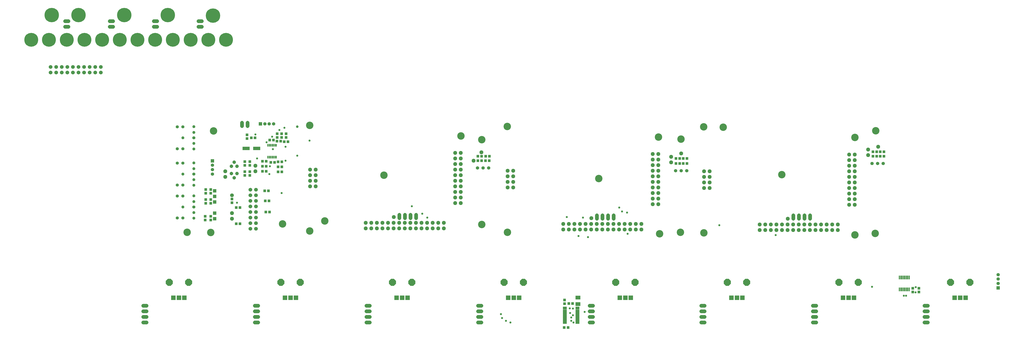
<source format=gbr>
G04 EAGLE Gerber RS-274X export*
G75*
%MOIN*%
%FSLAX34Y34*%
%LPD*%
%INsolderask_dxf*%
%IPPOS*%
%AMOC8*
5,1,8,0,0,1.08239X$1,22.5*%
G01*
%ADD10C,0.133000*%
%ADD11P,0.073603X8X112.500000*%
%ADD12P,0.073603X8X22.500000*%
%ADD13R,0.059496X0.059496*%
%ADD14P,0.064943X8X202.500000*%
%ADD15P,0.064943X8X22.500000*%
%ADD16C,0.068000*%
%ADD17R,0.047370X0.051307*%
%ADD18C,0.059496*%
%ADD19R,0.051307X0.047370*%
%ADD20P,0.073603X8X202.500000*%
%ADD21R,0.126110X0.063118*%
%ADD22C,0.067370*%
%ADD23R,0.082000X0.082000*%
%ADD24P,0.136500X8X292.500000*%
%ADD25R,0.022000X0.065500*%
%ADD26C,0.012071*%
%ADD27R,0.049339X0.050520*%
%ADD28R,0.086740X0.067055*%
%ADD29R,0.020000X0.047000*%
%ADD30C,0.055244*%
%ADD31C,0.052000*%
%ADD32C,0.067055*%
%ADD33C,0.037780*%
%ADD34C,0.045654*%
%ADD35C,0.248000*%
%ADD36C,0.258000*%


D10*
X32450Y37150D03*
X59550Y35250D03*
X32450Y18200D03*
X67850Y36950D03*
X94950Y35050D03*
X67870Y17990D03*
X103050Y36860D03*
X130140Y34960D03*
X103080Y17890D03*
X45750Y28200D03*
X84250Y27600D03*
X117050Y28300D03*
X15200Y36150D03*
X130150Y17500D03*
X106550Y36800D03*
X35150Y20000D03*
X95150Y17700D03*
X14700Y17950D03*
X98880Y17990D03*
X133780Y17790D03*
X133880Y36190D03*
X98980Y34690D03*
X63280Y34590D03*
X10480Y17990D03*
X63280Y19390D03*
X27580Y19490D03*
D11*
X33500Y26200D03*
X32500Y26200D03*
X33500Y27200D03*
X32500Y27200D03*
X33500Y28200D03*
X32500Y28200D03*
X33500Y29200D03*
X32500Y29200D03*
X68900Y26000D03*
X67900Y26000D03*
X68900Y27000D03*
X67900Y27000D03*
X68900Y28000D03*
X67900Y28000D03*
X68900Y29000D03*
X67900Y29000D03*
X104100Y25900D03*
X103100Y25900D03*
X104100Y26900D03*
X103100Y26900D03*
X104100Y27900D03*
X103100Y27900D03*
X104100Y28900D03*
X103100Y28900D03*
X59500Y23200D03*
X58500Y23200D03*
X59500Y24200D03*
X58500Y24200D03*
X59500Y25200D03*
X58500Y25200D03*
X59500Y26200D03*
X58500Y26200D03*
X59500Y27200D03*
X58500Y27200D03*
X59500Y28200D03*
X58500Y28200D03*
X59500Y29200D03*
X58500Y29200D03*
X59500Y30200D03*
X58500Y30200D03*
X59500Y31200D03*
X58500Y31200D03*
X59500Y32200D03*
X58500Y32200D03*
X94900Y23000D03*
X93900Y23000D03*
X94900Y24000D03*
X93900Y24000D03*
X94900Y25000D03*
X93900Y25000D03*
X94900Y26000D03*
X93900Y26000D03*
X94900Y27000D03*
X93900Y27000D03*
X94900Y28000D03*
X93900Y28000D03*
X94900Y29000D03*
X93900Y29000D03*
X94900Y30000D03*
X93900Y30000D03*
X94900Y31000D03*
X93900Y31000D03*
X94900Y32000D03*
X93900Y32000D03*
X130100Y22900D03*
X129100Y22900D03*
X130100Y23900D03*
X129100Y23900D03*
X130100Y24900D03*
X129100Y24900D03*
X130100Y25900D03*
X129100Y25900D03*
X130100Y26900D03*
X129100Y26900D03*
X130100Y27900D03*
X129100Y27900D03*
X130100Y28900D03*
X129100Y28900D03*
X130100Y29900D03*
X129100Y29900D03*
X130100Y30900D03*
X129100Y30900D03*
X130100Y31900D03*
X129100Y31900D03*
D12*
X42490Y18680D03*
X42490Y19680D03*
X43490Y18680D03*
X43490Y19680D03*
X44490Y18680D03*
X44490Y19680D03*
X45490Y18680D03*
X45490Y19680D03*
X46490Y18680D03*
X46490Y19680D03*
X47490Y18680D03*
X47490Y19680D03*
X48490Y18680D03*
X48490Y19680D03*
X49490Y18680D03*
X49490Y19680D03*
X50490Y18680D03*
X50490Y19680D03*
X51490Y18680D03*
X51490Y19680D03*
X52490Y18680D03*
X52490Y19680D03*
X53490Y18680D03*
X53490Y19680D03*
X54490Y18680D03*
X54490Y19680D03*
X55490Y18680D03*
X55490Y19680D03*
X56490Y18680D03*
X56490Y19680D03*
X77880Y18490D03*
X77880Y19490D03*
X78880Y18490D03*
X78880Y19490D03*
X79880Y18490D03*
X79880Y19490D03*
X80880Y18490D03*
X80880Y19490D03*
X81880Y18490D03*
X81880Y19490D03*
X82880Y18490D03*
X82880Y19490D03*
X83880Y18490D03*
X83880Y19490D03*
X84880Y18490D03*
X84880Y19490D03*
X85880Y18490D03*
X85880Y19490D03*
X86880Y18490D03*
X86880Y19490D03*
X87880Y18490D03*
X87880Y19490D03*
X88880Y18490D03*
X88880Y19490D03*
X89880Y18490D03*
X89880Y19490D03*
X90880Y18490D03*
X90880Y19490D03*
X91880Y18490D03*
X91880Y19490D03*
X113070Y18390D03*
X113070Y19390D03*
X114070Y18390D03*
X114070Y19390D03*
X115070Y18390D03*
X115070Y19390D03*
X116070Y18390D03*
X116070Y19390D03*
X117070Y18390D03*
X117070Y19390D03*
X118070Y18390D03*
X118070Y19390D03*
X119070Y18390D03*
X119070Y19390D03*
X120070Y18390D03*
X120070Y19390D03*
X121070Y18390D03*
X121070Y19390D03*
X122070Y18390D03*
X122070Y19390D03*
X123070Y18390D03*
X123070Y19390D03*
X124070Y18390D03*
X124070Y19390D03*
X125070Y18390D03*
X125070Y19390D03*
X126070Y18390D03*
X126070Y19390D03*
X127070Y18390D03*
X127070Y19390D03*
D13*
X15400Y20400D03*
X15400Y21400D03*
X15400Y23400D03*
X15400Y24400D03*
X15400Y25400D03*
D14*
X19400Y28500D03*
X18900Y27750D03*
X18400Y28500D03*
D15*
X18400Y29800D03*
X18900Y30550D03*
X19400Y29800D03*
D16*
X20300Y37000D02*
X20300Y37600D01*
X21300Y37600D02*
X21300Y37000D01*
D17*
X20800Y28835D03*
X20800Y28165D03*
X20800Y30635D03*
X20800Y29965D03*
X14700Y25635D03*
X14700Y24965D03*
X14700Y23835D03*
X14700Y23165D03*
D18*
X64500Y29500D03*
X63500Y29500D03*
X62500Y29500D03*
D19*
X62565Y30800D03*
X63235Y30800D03*
X64615Y30810D03*
X63945Y30810D03*
D17*
X14700Y20165D03*
X14700Y20835D03*
D12*
X61800Y30800D03*
D20*
X63200Y32300D03*
X18500Y20400D03*
X18500Y21400D03*
D17*
X19265Y19500D03*
X19935Y19500D03*
X19265Y22400D03*
X19935Y22400D03*
X26565Y34300D03*
X27235Y34300D03*
D19*
X26600Y35635D03*
X26600Y34965D03*
X27400Y35635D03*
X27400Y34965D03*
X28200Y35635D03*
X28200Y34965D03*
X21200Y34765D03*
X21200Y35435D03*
D17*
X22635Y34900D03*
X21965Y34900D03*
D21*
X21055Y33000D03*
X22945Y33000D03*
D19*
X18500Y23265D03*
X18500Y23935D03*
D13*
X23619Y37400D03*
D18*
X24406Y37400D03*
X25194Y37400D03*
X25981Y37400D03*
D22*
X22800Y18600D03*
X21800Y18600D03*
X22800Y19600D03*
X21800Y19600D03*
X22800Y20600D03*
X21800Y20600D03*
X22800Y21600D03*
X21800Y21600D03*
X22800Y22600D03*
X21800Y22600D03*
X22800Y23600D03*
X21800Y23600D03*
X22800Y24600D03*
X21800Y24600D03*
X22800Y25600D03*
X21800Y25600D03*
D17*
X25235Y21600D03*
X24565Y21600D03*
X25135Y23600D03*
X24465Y23600D03*
X25035Y25400D03*
X24365Y25400D03*
D16*
X51500Y21100D02*
X51500Y20500D01*
X50500Y20500D02*
X50500Y21100D01*
X49500Y21100D02*
X49500Y20500D01*
X48500Y20500D02*
X48500Y21100D01*
X86900Y21000D02*
X86900Y20400D01*
X85900Y20400D02*
X85900Y21000D01*
X84900Y21000D02*
X84900Y20400D01*
X83900Y20400D02*
X83900Y21000D01*
X122100Y21000D02*
X122100Y20400D01*
X121100Y20400D02*
X121100Y21000D01*
X120100Y21000D02*
X120100Y20400D01*
X119100Y20400D02*
X119100Y21000D01*
D12*
X47500Y20700D03*
X82900Y20500D03*
X118100Y20400D03*
X22700Y28900D03*
D20*
X22700Y29900D03*
X17300Y27900D03*
X17300Y28900D03*
D16*
X3200Y1800D02*
X2600Y1800D01*
X2600Y2800D02*
X3200Y2800D01*
X3200Y3800D02*
X2600Y3800D01*
X2600Y4800D02*
X3200Y4800D01*
X22600Y1800D02*
X23200Y1800D01*
X23200Y2800D02*
X22600Y2800D01*
X22600Y3800D02*
X23200Y3800D01*
X23200Y4800D02*
X22600Y4800D01*
X42600Y1800D02*
X43200Y1800D01*
X43200Y2800D02*
X42600Y2800D01*
X42600Y3800D02*
X43200Y3800D01*
X43200Y4800D02*
X42600Y4800D01*
X62600Y1800D02*
X63200Y1800D01*
X63200Y2800D02*
X62600Y2800D01*
X62600Y3800D02*
X63200Y3800D01*
X63200Y4800D02*
X62600Y4800D01*
X82600Y1800D02*
X83200Y1800D01*
X83200Y2800D02*
X82600Y2800D01*
X82600Y3800D02*
X83200Y3800D01*
X83200Y4800D02*
X82600Y4800D01*
X102600Y1800D02*
X103200Y1800D01*
X103200Y2800D02*
X102600Y2800D01*
X102600Y3800D02*
X103200Y3800D01*
X103200Y4800D02*
X102600Y4800D01*
X122600Y1800D02*
X123200Y1800D01*
X123200Y2800D02*
X122600Y2800D01*
X122600Y3800D02*
X123200Y3800D01*
X123200Y4800D02*
X122600Y4800D01*
X142600Y1800D02*
X143200Y1800D01*
X143200Y2800D02*
X142600Y2800D01*
X142600Y3800D02*
X143200Y3800D01*
X143200Y4800D02*
X142600Y4800D01*
D23*
X8016Y6244D03*
X9000Y6244D03*
X9984Y6244D03*
D24*
X7268Y9000D03*
X10732Y9000D03*
D23*
X28016Y6244D03*
X29000Y6244D03*
X29984Y6244D03*
D24*
X27268Y9000D03*
X30732Y9000D03*
D23*
X48016Y6244D03*
X49000Y6244D03*
X49984Y6244D03*
D24*
X47268Y9000D03*
X50732Y9000D03*
D23*
X68016Y6244D03*
X69000Y6244D03*
X69984Y6244D03*
D24*
X67268Y9000D03*
X70732Y9000D03*
D23*
X88016Y6244D03*
X89000Y6244D03*
X89984Y6244D03*
D24*
X87268Y9000D03*
X90732Y9000D03*
D23*
X108016Y6244D03*
X109000Y6244D03*
X109984Y6244D03*
D24*
X107268Y9000D03*
X110732Y9000D03*
D23*
X128016Y6244D03*
X129000Y6244D03*
X129984Y6244D03*
D24*
X127268Y9000D03*
X130732Y9000D03*
D23*
X148016Y6244D03*
X149000Y6244D03*
X149984Y6244D03*
D24*
X147268Y9000D03*
X150732Y9000D03*
D25*
X139875Y9873D03*
X139625Y9873D03*
X139375Y9873D03*
X139125Y9873D03*
X138875Y9873D03*
X138625Y9873D03*
X138375Y9873D03*
X138125Y9873D03*
X138125Y7728D03*
X138375Y7728D03*
X138625Y7728D03*
X138875Y7728D03*
X139125Y7728D03*
X139375Y7728D03*
X139625Y7728D03*
X139875Y7728D03*
D13*
X155800Y8019D03*
D18*
X155800Y8806D03*
X155800Y9594D03*
X155800Y10381D03*
D26*
X78459Y4447D02*
X77881Y4447D01*
X77881Y4567D01*
X78459Y4567D01*
X78459Y4447D01*
X78459Y4562D02*
X77881Y4562D01*
X77881Y4192D02*
X78459Y4192D01*
X77881Y4192D02*
X77881Y4312D01*
X78459Y4312D01*
X78459Y4192D01*
X78459Y4307D02*
X77881Y4307D01*
X77881Y3936D02*
X78459Y3936D01*
X77881Y3936D02*
X77881Y4056D01*
X78459Y4056D01*
X78459Y3936D01*
X78459Y4051D02*
X77881Y4051D01*
X77881Y3680D02*
X78459Y3680D01*
X77881Y3680D02*
X77881Y3800D01*
X78459Y3800D01*
X78459Y3680D01*
X78459Y3795D02*
X77881Y3795D01*
X77881Y3424D02*
X78459Y3424D01*
X77881Y3424D02*
X77881Y3544D01*
X78459Y3544D01*
X78459Y3424D01*
X78459Y3539D02*
X77881Y3539D01*
X77881Y3168D02*
X78459Y3168D01*
X77881Y3168D02*
X77881Y3288D01*
X78459Y3288D01*
X78459Y3168D01*
X78459Y3283D02*
X77881Y3283D01*
X77881Y2912D02*
X78459Y2912D01*
X77881Y2912D02*
X77881Y3032D01*
X78459Y3032D01*
X78459Y2912D01*
X78459Y3027D02*
X77881Y3027D01*
X77881Y2656D02*
X78459Y2656D01*
X77881Y2656D02*
X77881Y2776D01*
X78459Y2776D01*
X78459Y2656D01*
X78459Y2771D02*
X77881Y2771D01*
X77881Y2400D02*
X78459Y2400D01*
X77881Y2400D02*
X77881Y2520D01*
X78459Y2520D01*
X78459Y2400D01*
X78459Y2515D02*
X77881Y2515D01*
X77881Y2144D02*
X78459Y2144D01*
X77881Y2144D02*
X77881Y2264D01*
X78459Y2264D01*
X78459Y2144D01*
X78459Y2259D02*
X77881Y2259D01*
X77881Y1888D02*
X78459Y1888D01*
X77881Y1888D02*
X77881Y2008D01*
X78459Y2008D01*
X78459Y1888D01*
X78459Y2003D02*
X77881Y2003D01*
X77881Y1633D02*
X78459Y1633D01*
X77881Y1633D02*
X77881Y1753D01*
X78459Y1753D01*
X78459Y1633D01*
X78459Y1748D02*
X77881Y1748D01*
X80141Y1633D02*
X80719Y1633D01*
X80141Y1633D02*
X80141Y1753D01*
X80719Y1753D01*
X80719Y1633D01*
X80719Y1748D02*
X80141Y1748D01*
X80141Y1888D02*
X80719Y1888D01*
X80141Y1888D02*
X80141Y2008D01*
X80719Y2008D01*
X80719Y1888D01*
X80719Y2003D02*
X80141Y2003D01*
X80141Y2144D02*
X80719Y2144D01*
X80141Y2144D02*
X80141Y2264D01*
X80719Y2264D01*
X80719Y2144D01*
X80719Y2259D02*
X80141Y2259D01*
X80141Y2400D02*
X80719Y2400D01*
X80141Y2400D02*
X80141Y2520D01*
X80719Y2520D01*
X80719Y2400D01*
X80719Y2515D02*
X80141Y2515D01*
X80141Y2656D02*
X80719Y2656D01*
X80141Y2656D02*
X80141Y2776D01*
X80719Y2776D01*
X80719Y2656D01*
X80719Y2771D02*
X80141Y2771D01*
X80141Y2912D02*
X80719Y2912D01*
X80141Y2912D02*
X80141Y3032D01*
X80719Y3032D01*
X80719Y2912D01*
X80719Y3027D02*
X80141Y3027D01*
X80141Y3168D02*
X80719Y3168D01*
X80141Y3168D02*
X80141Y3288D01*
X80719Y3288D01*
X80719Y3168D01*
X80719Y3283D02*
X80141Y3283D01*
X80141Y3424D02*
X80719Y3424D01*
X80141Y3424D02*
X80141Y3544D01*
X80719Y3544D01*
X80719Y3424D01*
X80719Y3539D02*
X80141Y3539D01*
X80141Y3680D02*
X80719Y3680D01*
X80141Y3680D02*
X80141Y3800D01*
X80719Y3800D01*
X80719Y3680D01*
X80719Y3795D02*
X80141Y3795D01*
X80141Y3936D02*
X80719Y3936D01*
X80141Y3936D02*
X80141Y4056D01*
X80719Y4056D01*
X80719Y3936D01*
X80719Y4051D02*
X80141Y4051D01*
X80141Y4192D02*
X80719Y4192D01*
X80141Y4192D02*
X80141Y4312D01*
X80719Y4312D01*
X80719Y4192D01*
X80719Y4307D02*
X80141Y4307D01*
X80141Y4447D02*
X80719Y4447D01*
X80141Y4447D02*
X80141Y4567D01*
X80719Y4567D01*
X80719Y4447D01*
X80719Y4562D02*
X80141Y4562D01*
D17*
X79535Y5200D03*
X78865Y5200D03*
D27*
X78744Y900D03*
X78056Y900D03*
D28*
X80500Y5109D03*
X80500Y6291D03*
D19*
X78100Y5165D03*
X78100Y5835D03*
D29*
X26450Y33570D03*
X26200Y33570D03*
X25950Y33570D03*
X25700Y33570D03*
X25450Y33570D03*
X25200Y33570D03*
X24950Y33570D03*
X26450Y31430D03*
X26200Y31430D03*
X25950Y31430D03*
X25700Y31430D03*
X25450Y31430D03*
X25200Y31430D03*
X24950Y31430D03*
D17*
X23965Y29800D03*
X24635Y29800D03*
X23965Y28900D03*
X24635Y28900D03*
X27435Y29700D03*
X26765Y29700D03*
X27435Y28800D03*
X26765Y28800D03*
D13*
X15000Y30781D03*
D18*
X15000Y29994D03*
X15000Y29206D03*
X15000Y28419D03*
D17*
X24635Y30700D03*
X23965Y30700D03*
X26765Y30600D03*
X27435Y30600D03*
D22*
X-14000Y46600D03*
X-14000Y47600D03*
X-13000Y46600D03*
X-13000Y47600D03*
X-12000Y46600D03*
X-12000Y47600D03*
X-11000Y46600D03*
X-11000Y47600D03*
X-10000Y46600D03*
X-10000Y47600D03*
X-9000Y46600D03*
X-9000Y47600D03*
X-8000Y46600D03*
X-8000Y47600D03*
X-7000Y46600D03*
X-7000Y47600D03*
X-6000Y46600D03*
X-6000Y47600D03*
X-5000Y46600D03*
X-5000Y47600D03*
D16*
X-10800Y54800D02*
X-11400Y54800D01*
X-11400Y55800D02*
X-10800Y55800D01*
X-3400Y54800D02*
X-2800Y54800D01*
X-2800Y55800D02*
X-3400Y55800D01*
X12500Y54800D02*
X13100Y54800D01*
X13100Y55800D02*
X12500Y55800D01*
X5100Y54800D02*
X4500Y54800D01*
X4500Y55800D02*
X5100Y55800D01*
D30*
X9700Y30369D03*
X8716Y30369D03*
X8716Y26431D03*
X9700Y26431D03*
X11669Y28400D03*
D31*
X9700Y28400D03*
X11669Y30408D03*
X11669Y29384D03*
X11669Y27416D03*
X11669Y26392D03*
D30*
X9700Y24469D03*
X8716Y24469D03*
X8716Y20531D03*
X9700Y20531D03*
X11669Y22500D03*
D31*
X9700Y22500D03*
X11669Y24508D03*
X11669Y23484D03*
X11669Y21516D03*
X11669Y20492D03*
D30*
X9700Y36869D03*
X8716Y36869D03*
X8716Y32931D03*
X9700Y32931D03*
X11669Y34900D03*
D31*
X9700Y34900D03*
X11669Y36908D03*
X11669Y35884D03*
X11669Y33916D03*
X11669Y32892D03*
D17*
X21700Y28835D03*
X21700Y28165D03*
D19*
X26135Y30500D03*
X25465Y30500D03*
X25265Y34500D03*
X25935Y34500D03*
D17*
X21700Y30635D03*
X21700Y29965D03*
X13800Y25635D03*
X13800Y24965D03*
X13800Y23835D03*
X13800Y23165D03*
X13700Y20165D03*
X13700Y20835D03*
D19*
X64635Y31600D03*
X63965Y31600D03*
X62565Y31600D03*
X63235Y31600D03*
D17*
X27865Y34200D03*
X28535Y34200D03*
D18*
X100000Y29000D03*
X99000Y29000D03*
X98000Y29000D03*
D19*
X98065Y30300D03*
X98735Y30300D03*
X100035Y30300D03*
X99365Y30300D03*
D12*
X97200Y30500D03*
X99000Y32100D03*
D19*
X100035Y31200D03*
X99365Y31200D03*
X98065Y31200D03*
X98735Y31200D03*
D18*
X135200Y30300D03*
X134200Y30300D03*
X133200Y30300D03*
D19*
X133365Y31600D03*
X134035Y31600D03*
X135335Y31600D03*
X134665Y31600D03*
D12*
X132500Y31800D03*
X134300Y33300D03*
D19*
X135335Y32400D03*
X134665Y32400D03*
X133365Y32400D03*
X134035Y32400D03*
D12*
X132500Y32800D03*
X97200Y31500D03*
D17*
X140500Y7265D03*
X140500Y7935D03*
X141600Y7265D03*
X141600Y7935D03*
D32*
X18500Y24600D03*
D33*
X22700Y35500D03*
X25700Y35100D03*
X25300Y29800D03*
X80600Y17300D03*
X81400Y20600D03*
X50750Y22650D03*
X115959Y17467D03*
X105850Y19250D03*
X89400Y17700D03*
X78500Y20700D03*
X88400Y21700D03*
X87900Y22400D03*
X52600Y21300D03*
X82300Y17100D03*
X53500Y20600D03*
X89300Y21500D03*
X27410Y25020D03*
X19400Y23270D03*
X27000Y36300D03*
X25200Y28400D03*
X27900Y36700D03*
D34*
X30200Y36900D03*
D33*
X133200Y8200D03*
X141050Y8150D03*
X141000Y7200D03*
X79600Y4300D03*
X139300Y6600D03*
X79050Y4350D03*
X138900Y6600D03*
X24700Y34100D03*
X32400Y34400D03*
X28100Y30800D03*
X23000Y31200D03*
X25850Y32859D03*
D35*
X-17443Y52463D03*
X-14272Y52463D03*
X-11100Y52463D03*
X-7929Y52463D03*
X-4757Y52463D03*
X-1586Y52463D03*
X1586Y52463D03*
X4757Y52463D03*
X7929Y52463D03*
X11100Y52463D03*
X14272Y52463D03*
X17443Y52463D03*
D36*
X-13800Y56900D03*
X-9000Y56900D03*
X-800Y56900D03*
X7000Y56900D03*
X15100Y56800D03*
D33*
X30200Y31700D03*
X28100Y33300D03*
X66900Y2600D03*
X68400Y1800D03*
X66700Y3300D03*
X67600Y2100D03*
X79100Y3500D03*
X79300Y2700D03*
X79700Y1800D03*
X79600Y3100D03*
X79300Y2100D03*
X81700Y3700D03*
M02*

</source>
